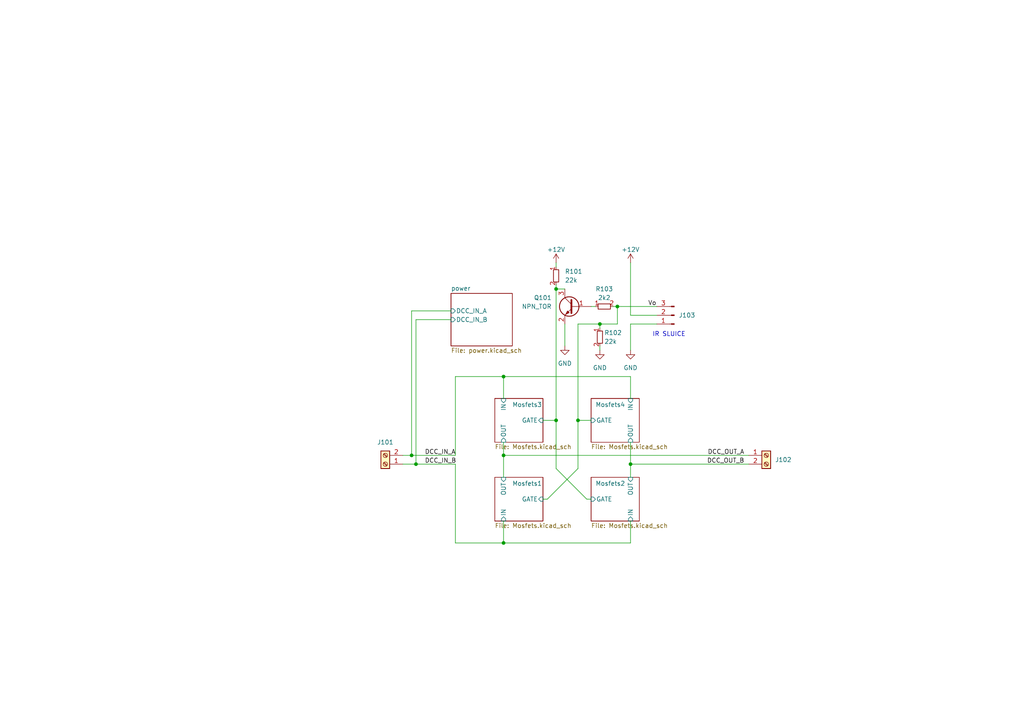
<source format=kicad_sch>
(kicad_sch (version 20230121) (generator eeschema)
  (paper "A4")
  (lib_symbols
    (symbol "Connector:Conn_01x03_Pin" (pin_names (offset 1.016) hide)
      (property "Reference" "J" (at 0 5.08 0))
      (property "Value" "Conn_01x03_Pin" (at 0 -5.08 0))
      (symbol "Conn_01x03_Pin_1_1"
        (polyline (pts (xy 1.27 -2.54) (xy 0.8636 -2.54)) (stroke (width 0.1524)))
        (polyline (pts (xy 1.27 0) (xy 0.8636 0)) (stroke (width 0.1524)))
        (polyline (pts (xy 1.27 2.54) (xy 0.8636 2.54)) (stroke (width 0.1524)))
        (rectangle (start 0.8636 -2.413) (end 0 -2.667) (stroke (width 0.1524)) (fill (type outline)))
        (rectangle (start 0.8636 0.127) (end 0 -0.127) (stroke (width 0.1524)) (fill (type outline)))
        (rectangle (start 0.8636 2.667) (end 0 2.413) (stroke (width 0.1524)) (fill (type outline)))
        (pin passive line (at 5.08 2.54 180) (length 3.81) (name "Pin_1") (number "1"))
        (pin passive line (at 5.08 0 180) (length 3.81) (name "Pin_2") (number "2"))
        (pin passive line (at 5.08 -2.54 180) (length 3.81) (name "Pin_3") (number "3"))
      )
    )
    (symbol "Connector:Screw_Terminal_01x02" (pin_names (offset 1.016) hide)
      (property "Reference" "J" (at 0 2.54 0))
      (property "Value" "Screw_Terminal_01x02" (at 0 -5.08 0))
      (symbol "Screw_Terminal_01x02_1_1"
        (rectangle (start -1.27 1.27) (end 1.27 -3.81) (stroke (width 0.254)) (fill (type background)))
        (circle (center 0 -2.54) (radius 0.635) (stroke (width 0.1524)))
        (polyline (pts (xy -0.5334 -2.2098) (xy 0.3302 -3.048)) (stroke (width 0.1524)))
        (polyline (pts (xy -0.5334 0.3302) (xy 0.3302 -0.508)) (stroke (width 0.1524)))
        (polyline (pts (xy -0.3556 -2.032) (xy 0.508 -2.8702)) (stroke (width 0.1524)))
        (polyline (pts (xy -0.3556 0.508) (xy 0.508 -0.3302)) (stroke (width 0.1524)))
        (circle (center 0 0) (radius 0.635) (stroke (width 0.1524)))
        (pin passive line (at -5.08 0 0) (length 3.81) (name "Pin_1") (number "1"))
        (pin passive line (at -5.08 -2.54 0) (length 3.81) (name "Pin_2") (number "2"))
      )
    )
    (symbol "custom_kicad_lib_sk:NPN_TOR" (pin_names (offset 0) hide)
      (property "Reference" "Q" (at 5.08 1.905 0))
      (property "Value" "NPN_TOR" (at 5.08 0 0))
      (symbol "NPN_TOR_0_1"
        (polyline (pts (xy 0.635 0.635) (xy 2.54 2.54)))
        (polyline (pts (xy 0.635 -0.635) (xy 2.54 -2.54) (xy 2.54 -2.54)))
        (polyline (pts (xy 0.635 1.905) (xy 0.635 -1.905) (xy 0.635 -1.905)) (stroke (width 0.508)))
        (polyline (pts (xy 1.27 -1.778) (xy 1.778 -1.27) (xy 2.286 -2.286) (xy 1.27 -1.778) (xy 1.27 -1.778)) (fill (type outline)))
        (circle (center 1.27 0) (radius 2.8194) (stroke (width 0.254)))
      )
      (symbol "NPN_TOR_1_1"
        (pin input line (at -5.08 0 0) (length 5.715) (name "B") (number "1"))
        (pin passive line (at 2.54 -5.08 90) (length 2.54) (name "E") (number "2"))
        (pin passive line (at 2.54 5.08 270) (length 2.54) (name "C") (number "3"))
      )
    )
    (symbol "power:+12V" (power) (pin_names (offset 0))
      (property "Value" "+12V" (at 0 3.556 0))
      (symbol "+12V_0_1"
        (polyline (pts (xy -0.762 1.27) (xy 0 2.54)))
        (polyline (pts (xy 0 0) (xy 0 2.54)))
        (polyline (pts (xy 0 2.54) (xy 0.762 1.27)))
      )
      (symbol "+12V_1_1"
        (pin power_in line (at 0 0 90) (length 0) hide (name "+12V") (number "1"))
      )
    )
    (symbol "power:GND" (power) (pin_names (offset 0))
      (property "Value" "GND" (at 0 -3.81 0))
      (symbol "GND_0_1"
        (polyline (pts (xy 0 0) (xy 0 -1.27) (xy 1.27 -1.27) (xy 0 -2.54) (xy -1.27 -1.27) (xy 0 -1.27)))
      )
      (symbol "GND_1_1"
        (pin power_in line (at 0 0 270) (length 0) hide (name "GND") (number "1"))
      )
    )
    (symbol "resistors_0603:R_22k_0603"
      (property "Reference" "R" (at 1.27 2.54 0))
      (property "Value" "22k" (at 2.54 -2.54 0))
      (symbol "R_22k_0603_0_1"
        (rectangle (start -0.762 1.778) (end 0.762 -1.778) (stroke (width 0.2032)))
      )
      (symbol "R_22k_0603_1_1"
        (pin passive line (at 0 2.54 270) (length 0.762) (name "~") (number "1"))
        (pin passive line (at 0 -2.54 90) (length 0.762) (name "~") (number "2"))
      )
    )
    (symbol "resistors_0603:R_2k2_0603"
      (property "Reference" "R" (at 1.27 2.54 0))
      (property "Value" "2k2" (at 2.54 -2.54 0))
      (symbol "R_2k2_0603_0_1"
        (rectangle (start -0.762 1.778) (end 0.762 -1.778) (stroke (width 0.2032)))
      )
      (symbol "R_2k2_0603_1_1"
        (pin passive line (at 0 2.54 270) (length 0.762) (name "~") (number "1"))
        (pin passive line (at 0 -2.54 90) (length 0.762) (name "~") (number "2"))
      )
    )
  )
  (junction (at 161.29 83.82))
  (junction (at 120.65 134.62))
  (junction (at 146.05 132.08))
  (junction (at 167.64 121.92))
  (junction (at 179.07 88.9))
  (junction (at 161.29 121.92))
  (junction (at 173.99 93.98))
  (junction (at 182.88 134.62))
  (junction (at 146.05 157.48))
  (junction (at 146.05 109.22))
  (junction (at 119.38 132.08))
  (wire (pts (xy 182.88 91.44) (xy 190.5 91.44)))
  (wire (pts (xy 132.08 134.62) (xy 132.08 157.48)))
  (wire (pts (xy 161.29 83.82) (xy 163.83 83.82)))
  (wire (pts (xy 173.99 100.33) (xy 173.99 101.6)))
  (wire (pts (xy 167.64 121.92) (xy 171.45 121.92)))
  (wire (pts (xy 146.05 128.27) (xy 146.05 132.08)))
  (wire (pts (xy 158.75 144.78) (xy 167.64 135.89)))
  (wire (pts (xy 182.88 93.98) (xy 182.88 101.6)))
  (wire (pts (xy 157.48 144.78) (xy 158.75 144.78)))
  (wire (pts (xy 182.88 76.2) (xy 182.88 91.44)))
  (wire (pts (xy 119.38 132.08) (xy 116.84 132.08)))
  (wire (pts (xy 161.29 76.2) (xy 161.29 77.47)))
  (wire (pts (xy 146.05 157.48) (xy 146.05 151.13)))
  (wire (pts (xy 161.29 83.82) (xy 161.29 121.92)))
  (wire (pts (xy 119.38 132.08) (xy 119.38 90.17)))
  (wire (pts (xy 167.64 93.98) (xy 173.99 93.98)))
  (wire (pts (xy 179.07 88.9) (xy 179.07 93.98)))
  (wire (pts (xy 119.38 90.17) (xy 130.81 90.17)))
  (wire (pts (xy 132.08 109.22) (xy 146.05 109.22)))
  (wire (pts (xy 182.88 93.98) (xy 190.5 93.98)))
  (wire (pts (xy 167.64 93.98) (xy 167.64 121.92)))
  (wire (pts (xy 182.88 134.62) (xy 182.88 138.43)))
  (wire (pts (xy 163.83 93.98) (xy 163.83 100.33)))
  (wire (pts (xy 161.29 82.55) (xy 161.29 83.82)))
  (wire (pts (xy 146.05 132.08) (xy 146.05 138.43)))
  (wire (pts (xy 182.88 157.48) (xy 146.05 157.48)))
  (wire (pts (xy 173.99 95.25) (xy 173.99 93.98)))
  (wire (pts (xy 177.8 88.9) (xy 179.07 88.9)))
  (wire (pts (xy 182.88 151.13) (xy 182.88 157.48)))
  (wire (pts (xy 132.08 157.48) (xy 146.05 157.48)))
  (wire (pts (xy 132.08 109.22) (xy 132.08 132.08)))
  (wire (pts (xy 161.29 121.92) (xy 161.29 135.89)))
  (wire (pts (xy 182.88 115.57) (xy 182.88 109.22)))
  (wire (pts (xy 120.65 134.62) (xy 120.65 92.71)))
  (wire (pts (xy 171.45 88.9) (xy 172.72 88.9)))
  (wire (pts (xy 146.05 109.22) (xy 146.05 115.57)))
  (wire (pts (xy 167.64 121.92) (xy 167.64 135.89)))
  (wire (pts (xy 157.48 121.92) (xy 161.29 121.92)))
  (wire (pts (xy 173.99 93.98) (xy 179.07 93.98)))
  (wire (pts (xy 170.18 144.78) (xy 161.29 135.89)))
  (wire (pts (xy 182.88 128.27) (xy 182.88 134.62)))
  (wire (pts (xy 120.65 92.71) (xy 130.81 92.71)))
  (wire (pts (xy 116.84 134.62) (xy 120.65 134.62)))
  (wire (pts (xy 119.38 132.08) (xy 132.08 132.08)))
  (wire (pts (xy 171.45 144.78) (xy 170.18 144.78)))
  (wire (pts (xy 182.88 134.62) (xy 217.17 134.62)))
  (wire (pts (xy 179.07 88.9) (xy 190.5 88.9)))
  (wire (pts (xy 182.88 109.22) (xy 146.05 109.22)))
  (wire (pts (xy 146.05 132.08) (xy 217.17 132.08)))
  (wire (pts (xy 120.65 134.62) (xy 132.08 134.62)))
  (text "IR SLUICE" (at 189.23 97.79 0) (effects (font (size 1.27 1.27)) (justify left bottom)))
  (label "Vo" (at 187.96 88.9 0))
  (label "DCC_IN_A" (at 123.19 132.08 0))
  (label "DCC_IN_B" (at 123.19 134.62 0))
  (label "DCC_OUT_A" (at 215.9 132.08 180))
  (label "DCC_OUT_B" (at 215.9 134.62 180))
  (symbol (lib_id "Connector:Screw_Terminal_01x02") (at 111.76 134.62 180) (unit 1)
    (property "Reference" "J101" (at 111.76 128.27 0))
    (property "Value" "Screw_Terminal_01x02" (effects hide))
    (property "Footprint" "Connector_Phoenix_MC:PhoenixContact_MC_1,5_2-G-3.5_1x02_P3.50mm_Horizontal" (effects hide))
  )
  (symbol (lib_id "resistors_0603:R_22k_0603") (at 161.29 80.01 0) (unit 1)
    (property "Reference" "R101" (at 163.83 78.74 0) (effects (justify left)))
    (property "Value" "22k" (at 163.83 81.28 0) (effects (justify left)))
    (property "Footprint" "custom_kicad_lib_sk:R_0603_smalltext" (effects hide))
    (property "JLCPCB Part#" "C31850" (effects hide))
  )
  (symbol (lib_id "Connector:Screw_Terminal_01x02") (at 222.25 132.08 0) (unit 1)
    (property "Reference" "J102" (at 224.79 133.35 0) (effects (justify left)))
    (property "Value" "Screw_Terminal_01x02" (effects hide))
    (property "Footprint" "Connector_Phoenix_MC:PhoenixContact_MC_1,5_2-G-3.5_1x02_P3.50mm_Horizontal" (effects hide))
  )
  (symbol (lib_id "power:GND") (at 173.99 101.6 0) (unit 1)
    (property "Reference" "#PWR0105" (effects hide))
    (property "Value" "GND" (at 173.99 106.68 0))
  )
  (symbol (lib_id "power:+12V") (at 161.29 76.2 0) (unit 1)
    (property "Reference" "#PWR0103" (effects hide))
    (property "Value" "+12V" (at 161.29 72.39 0))
  )
  (symbol (lib_id "resistors_0603:R_2k2_0603") (at 175.26 88.9 90) (unit 1)
    (property "Reference" "R103" (at 175.26 83.82 90))
    (property "Value" "2k2" (at 175.26 86.36 90))
    (property "Footprint" "custom_kicad_lib_sk:R_0603_smalltext" (effects hide))
    (property "JLCPCB Part#" "C4190" (effects hide))
  )
  (symbol (lib_id "power:+12V") (at 182.88 76.2 0) (unit 1)
    (property "Reference" "#PWR0102" (effects hide))
    (property "Value" "+12V" (at 182.88 72.39 0))
  )
  (symbol (lib_id "power:GND") (at 182.88 101.6 0) (unit 1)
    (property "Reference" "#PWR0101" (effects hide))
    (property "Value" "GND" (at 182.88 106.68 0))
  )
  (symbol (lib_id "resistors_0603:R_22k_0603") (at 173.99 97.79 0) (unit 1)
    (property "Reference" "R102" (at 175.26 96.52 0) (effects (justify left)))
    (property "Value" "22k" (at 175.26 99.06 0) (effects (justify left)))
    (property "Footprint" "custom_kicad_lib_sk:R_0603_smalltext" (effects hide))
    (property "JLCPCB Part#" "C31850" (effects hide))
  )
  (symbol (lib_id "Connector:Conn_01x03_Pin") (at 195.58 91.44 180) (unit 1)
    (property "Reference" "J103" (at 196.85 91.44 0) (effects (justify right)))
    (property "Value" "Conn_01x03_Pin" (effects hide))
    (property "Footprint" "Connector_PinHeader_2.54mm:PinHeader_1x03_P2.54mm_Horizontal" (effects hide))
  )
  (symbol (lib_id "power:GND") (at 163.83 100.33 0) (unit 1)
    (property "Reference" "#PWR0104" (effects hide))
    (property "Value" "GND" (at 163.83 105.41 0))
  )
  (symbol (lib_id "custom_kicad_lib_sk:NPN_TOR") (at 166.37 88.9 0) (mirror y) (unit 1)
    (property "Reference" "Q101" (at 160.02 86.36 0) (effects (justify left)))
    (property "Value" "NPN_TOR" (at 160.02 88.9 0) (effects (justify left)))
    (property "Footprint" "Package_TO_SOT_SMD:SOT-23" (effects hide))
    (property "JLCPCB Part#" "C2145" (effects hide))
  )
  (sheet (at 171.45 138.43) (size 13.97 12.7) (stroke (width 0.1524))
    (property "Sheetname" "Mosfets2" (at 172.72 140.97 0) (effects (justify left bottom)))
    (property "Sheetfile" "Mosfets.kicad_sch" (at 171.45 151.7146 0) (effects (justify left top)))
    (pin "OUT" input (at 182.88 138.43 90))
    (pin "GATE" input (at 171.45 144.78 180))
    (pin "IN" input (at 182.88 151.13 270))
  )
  (sheet (at 143.51 115.57) (size 13.97 12.7) (stroke (width 0.1524))
    (property "Sheetname" "Mosfets3" (at 148.59 118.11 0) (effects (justify left bottom)))
    (property "Sheetfile" "Mosfets.kicad_sch" (at 143.51 128.8546 0) (effects (justify left top)))
    (pin "OUT" input (at 146.05 128.27 270))
    (pin "GATE" input (at 157.48 121.92 0))
    (pin "IN" input (at 146.05 115.57 90))
  )
  (sheet (at 130.81 85.09) (size 17.78 15.24) (stroke (width 0.1524))
    (property "Sheetname" "power" (at 130.81 84.3784 0) (effects (justify left bottom)))
    (property "Sheetfile" "power.kicad_sch" (at 130.81 100.9146 0) (effects (justify left top)))
    (pin "DCC_IN_A" input (at 130.81 90.17 180))
    (pin "DCC_IN_B" input (at 130.81 92.71 180))
  )
  (sheet (at 171.45 115.57) (size 13.97 12.7) (stroke (width 0.1524))
    (property "Sheetname" "Mosfets4" (at 172.72 118.11 0) (effects (justify left bottom)))
    (property "Sheetfile" "Mosfets.kicad_sch" (at 171.45 128.8546 0) (effects (justify left top)))
    (pin "OUT" input (at 182.88 128.27 270))
    (pin "GATE" input (at 171.45 121.92 180))
    (pin "IN" input (at 182.88 115.57 90))
  )
  (sheet (at 143.51 138.43) (size 13.97 12.7) (stroke (width 0.1524))
    (property "Sheetname" "Mosfets1" (at 148.59 140.97 0) (effects (justify left bottom)))
    (property "Sheetfile" "Mosfets.kicad_sch" (at 143.51 151.7146 0) (effects (justify left top)))
    (pin "OUT" input (at 146.05 138.43 90))
    (pin "GATE" input (at 157.48 144.78 0))
    (pin "IN" input (at 146.05 151.13 270))
  )
)
</source>
